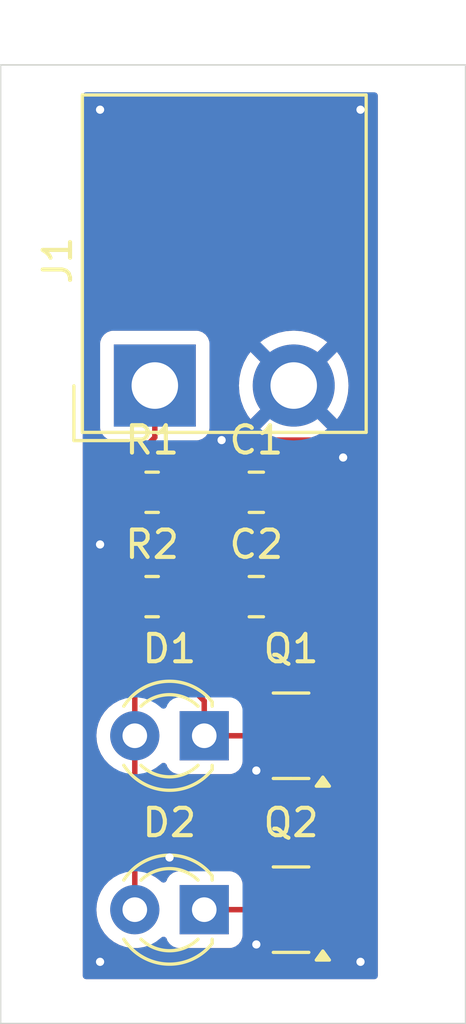
<source format=kicad_pcb>
(kicad_pcb (version 20240108) (generator "pcbnew") (generator_version "8.0")
  (title_block (date "2024-09-04") (rev "v1.0") (company "elton") (comment 2 "AlreadyDone00") (comment 3 "MuratovAS"))
  (layers (0 "F.Cu" signal) (31 "B.Cu" signal) (34 "B.Paste" user) (35 "F.Paste" user) (36 "B.SilkS" user "B.Silkscreen") (37 "F.SilkS" user "F.Silkscreen") (38 "B.Mask" user) (39 "F.Mask" user) (44 "Edge.Cuts" user))
  (net 0 "")
  (net 1 "Net-(Q2-B)")
  (net 2 "Net-(D1-K)")
  (net 3 "Net-(D2-K)")
  (net 4 "Net-(Q1-B)")
  (net 5 "+5V")
  (net 6 "GND")
  (footprint "LED_THT:LED_D3.0mm_IRBlack" (layer "F.Cu") (at 54.445 69.845 180)
    (property "Reference" "D2" (at 1.275 3.175 360) (layer "F.SilkS"))
    (property "Value" "IR204A")
    (fp_line (start -0.29 1.08) (end -0.29 1.236) (stroke (width 0.12)) (layer "F.SilkS"))
    (fp_line (start -0.29 -1.236) (end -0.29 -1.08) (stroke (width 0.12)) (layer "F.SilkS"))
    (fp_arc (start 2.942335 1.078608) (mid 1.366487 1.987659) (end -0.29 1.235516) (stroke (width 0.12)) (layer "F.SilkS"))
    (fp_arc (start 2.31113 1.079837) (mid 1.270117 1.5) (end 0.229039 1.08) (stroke (width 0.12)) (layer "F.SilkS"))
    (fp_arc (start 0.229039 -1.08) (mid 1.270117 -1.5) (end 2.31113 -1.079837) (stroke (width 0.12)) (layer "F.SilkS"))
    (fp_arc (start -0.29 -1.235516) (mid 1.366487 -1.987659) (end 2.942335 -1.078608) (stroke (width 0.12)) (layer "F.SilkS"))
    (pad "1" thru_hole rect (at 0 0 180) (size 1.8 1.8) (drill 0.9) (layers "*.Cu" "*.Mask") (net 3 "Net-(D2-K)"))
    (pad "2" thru_hole circle (at 2.54 0 180) (size 1.8 1.8) (drill 0.9) (layers "*.Cu" "*.Mask") (net 5 "+5V"))
  )
  (footprint "Capacitor_SMD:C_0805_2012Metric" (layer "F.Cu") (at 56.35 54.605 180)
    (property "Reference" "C1" (at 0 1.905 360) (layer "F.SilkS"))
    (property "Value" "50u")
    (fp_line (start -0.261252 0.735) (end 0.261252 0.735) (stroke (width 0.12)) (layer "F.SilkS"))
    (fp_line (start -0.261252 -0.735) (end 0.261252 -0.735) (stroke (width 0.12)) (layer "F.SilkS"))
    (pad "1" smd roundrect (at -0.95 0 180) (size 1 1.45) (layers "F.Cu" "F.Paste" "F.Mask") (net 2 "Net-(D1-K)"))
    (pad "2" smd roundrect (at 0.95 0 180) (size 1 1.45) (layers "F.Cu" "F.Paste" "F.Mask") (net 1 "Net-(Q2-B)"))
  )
  (footprint "Package_TO_SOT_SMD:SOT-23" (layer "F.Cu") (at 57.62 63.495 180)
    (property "Reference" "Q1" (at 0 3.175 0) (layer "F.SilkS"))
    (property "Value" "BC817")
    (fp_line (start 0 1.56) (end 0.65 1.56) (stroke (width 0.12)) (layer "F.SilkS"))
    (fp_line (start 0 1.56) (end -0.65 1.56) (stroke (width 0.12)) (layer "F.SilkS"))
    (fp_line (start 0 -1.56) (end 0.65 -1.56) (stroke (width 0.12)) (layer "F.SilkS"))
    (fp_line (start 0 -1.56) (end -0.65 -1.56) (stroke (width 0.12)) (layer "F.SilkS"))
    (fp_poly (pts (xy -1.1625 -1.51) (xy -1.4025 -1.84) (xy -0.9225 -1.84) (xy -1.1625 -1.51)) (stroke (width 0.12)) (fill solid) (layer "F.SilkS"))
    (pad "1" smd roundrect (at -0.9375 -0.95 180) (size 1.475 0.6) (layers "F.Cu" "F.Paste" "F.Mask") (net 4 "Net-(Q1-B)"))
    (pad "2" smd roundrect (at -0.9375 0.95 180) (size 1.475 0.6) (layers "F.Cu" "F.Paste" "F.Mask") (net 6 "GND"))
    (pad "3" smd roundrect (at 0.9375 0 180) (size 1.475 0.6) (layers "F.Cu" "F.Paste" "F.Mask") (net 2 "Net-(D1-K)"))
  )
  (footprint "Resistor_SMD:R_0805_2012Metric" (layer "F.Cu") (at 52.54 54.605)
    (property "Reference" "R1" (at 0 -1.905 0) (layer "F.SilkS"))
    (property "Value" "68k")
    (fp_line (start -0.227064 -0.735) (end 0.227064 -0.735) (stroke (width 0.12)) (layer "F.SilkS"))
    (fp_line (start -0.227064 0.735) (end 0.227064 0.735) (stroke (width 0.12)) (layer "F.SilkS"))
    (pad "1" smd roundrect (at -0.9125 0) (size 1.025 1.4) (layers "F.Cu" "F.Paste" "F.Mask") (roundrect_rratio 0.243902) (net 5 "+5V"))
    (pad "2" smd roundrect (at 0.9125 0) (size 1.025 1.4) (layers "F.Cu" "F.Paste" "F.Mask") (roundrect_rratio 0.243902) (net 1 "Net-(Q2-B)"))
  )
  (footprint "Capacitor_SMD:C_0805_2012Metric" (layer "F.Cu") (at 56.35 58.415)
    (property "Reference" "C2" (at 0 -1.905 0) (layer "F.SilkS"))
    (property "Value" "50u")
    (fp_line (start -0.261252 -0.735) (end 0.261252 -0.735) (stroke (width 0.12)) (layer "F.SilkS"))
    (fp_line (start -0.261252 0.735) (end 0.261252 0.735) (stroke (width 0.12)) (layer "F.SilkS"))
    (pad "1" smd roundrect (at -0.95 0) (size 1 1.45) (layers "F.Cu" "F.Paste" "F.Mask") (net 4 "Net-(Q1-B)"))
    (pad "2" smd roundrect (at 0.95 0) (size 1 1.45) (layers "F.Cu" "F.Paste" "F.Mask") (net 3 "Net-(D2-K)"))
  )
  (footprint "MAS_Package_nostd:KLS2-EDR-5.08-02P-4" (layer "F.Cu") (at 52.6375 50.7075 90)
    (property "Reference" "J1" (at 4.572 -3.556 90) (layer "F.SilkS"))
    (property "Value" "KLS2-EDR-5.08-02P-4")
    (fp_line (start -0.01 -2.96) (end -2.01 -2.96) (stroke (width 0.12)) (layer "F.SilkS"))
    (fp_line (start -2.01 -2.96) (end -2.01 -0.96) (stroke (width 0.12)) (layer "F.SilkS"))
    (fp_line (start 10.61 -2.65) (end 10.61 7.73) (stroke (width 0.12)) (layer "F.SilkS"))
    (fp_line (start -1.71 -2.65) (end 10.61 -2.65) (stroke (width 0.12)) (layer "F.SilkS"))
    (fp_line (start 10.61 7.73) (end -1.71 7.73) (stroke (width 0.12)) (layer "F.SilkS"))
    (fp_line (start -1.71 7.73) (end -1.71 -2.65) (stroke (width 0.12)) (layer "F.SilkS"))
    (pad "1" thru_hole rect (at 0 0 90) (size 3 3) (drill 1.7) (layers "*.Cu" "*.Mask") (net 5 "+5V"))
    (pad "2" thru_hole circle (at 0 5.08 90) (size 3 3) (drill 1.7) (layers "*.Cu" "*.Mask") (net 6 "GND"))
  )
  (footprint "Package_TO_SOT_SMD:SOT-23" (layer "F.Cu") (at 57.62 69.845 180)
    (property "Reference" "Q2" (at 0 3.175 360) (layer "F.SilkS"))
    (property "Value" "BC817")
    (fp_line (start 0 1.56) (end 0.65 1.56) (stroke (width 0.12)) (layer "F.SilkS"))
    (fp_line (start 0 1.56) (end -0.65 1.56) (stroke (width 0.12)) (layer "F.SilkS"))
    (fp_line (start 0 -1.56) (end 0.65 -1.56) (stroke (width 0.12)) (layer "F.SilkS"))
    (fp_line (start 0 -1.56) (end -0.65 -1.56) (stroke (width 0.12)) (layer "F.SilkS"))
    (fp_poly (pts (xy -1.1625 -1.51) (xy -1.4025 -1.84) (xy -0.9225 -1.84) (xy -1.1625 -1.51)) (stroke (width 0.12)) (fill solid) (layer "F.SilkS"))
    (pad "1" smd roundrect (at -0.9375 -0.95 180) (size 1.475 0.6) (layers "F.Cu" "F.Paste" "F.Mask") (net 1 "Net-(Q2-B)"))
    (pad "2" smd roundrect (at -0.9375 0.95 180) (size 1.475 0.6) (layers "F.Cu" "F.Paste" "F.Mask") (net 6 "GND"))
    (pad "3" smd roundrect (at 0.9375 0 180) (size 1.475 0.6) (layers "F.Cu" "F.Paste" "F.Mask") (net 3 "Net-(D2-K)"))
  )
  (footprint "LED_THT:LED_D3.0mm_IRBlack" (layer "F.Cu") (at 54.445 63.495 180)
    (property "Reference" "D1" (at 1.275 3.175 360) (layer "F.SilkS"))
    (property "Value" "IR204A")
    (fp_line (start -0.29 1.08) (end -0.29 1.236) (stroke (width 0.12)) (layer "F.SilkS"))
    (fp_line (start -0.29 -1.236) (end -0.29 -1.08) (stroke (width 0.12)) (layer "F.SilkS"))
    (fp_arc (start 2.942335 1.078608) (mid 1.366487 1.987659) (end -0.29 1.235516) (stroke (width 0.12)) (layer "F.SilkS"))
    (fp_arc (start 2.31113 1.079837) (mid 1.270117 1.5) (end 0.229039 1.08) (stroke (width 0.12)) (layer "F.SilkS"))
    (fp_arc (start 0.229039 -1.08) (mid 1.270117 -1.5) (end 2.31113 -1.079837) (stroke (width 0.12)) (layer "F.SilkS"))
    (fp_arc (start -0.29 -1.235516) (mid 1.366487 -1.987659) (end 2.942335 -1.078608) (stroke (width 0.12)) (layer "F.SilkS"))
    (pad "1" thru_hole rect (at 0 0 180) (size 1.8 1.8) (drill 0.9) (layers "*.Cu" "*.Mask") (net 2 "Net-(D1-K)"))
    (pad "2" thru_hole circle (at 2.54 0 180) (size 1.8 1.8) (drill 0.9) (layers "*.Cu" "*.Mask") (net 5 "+5V"))
  )
  (footprint "Resistor_SMD:R_0805_2012Metric" (layer "F.Cu") (at 52.54 58.415)
    (property "Reference" "R2" (at 0 -1.905 0) (layer "F.SilkS"))
    (property "Value" "68k")
    (fp_line (start -0.227064 -0.735) (end 0.227064 -0.735) (stroke (width 0.12)) (layer "F.SilkS"))
    (fp_line (start -0.227064 0.735) (end 0.227064 0.735) (stroke (width 0.12)) (layer "F.SilkS"))
    (pad "1" smd roundrect (at -0.9125 0) (size 1.025 1.4) (layers "F.Cu" "F.Paste" "F.Mask") (roundrect_rratio 0.243902) (net 5 "+5V"))
    (pad "2" smd roundrect (at 0.9125 0) (size 1.025 1.4) (layers "F.Cu" "F.Paste" "F.Mask") (roundrect_rratio 0.243902) (net 4 "Net-(Q1-B)"))
  )
  (gr_rect (start 47 39) (end 64 74) (stroke (width 0.05)) (fill none) (layer "Edge.Cuts"))
  (segment (start 59.738529 52.7) (end 56.35 52.7) (width 0.2) (layer "F.Cu") (net 1))
  (segment (start 59.845 70.795) (end 60.16 70.48) (width 0.2) (layer "F.Cu") (net 1))
  (segment (start 55.4 53.65) (end 56.35 52.7) (width 0.2) (layer "F.Cu") (net 1))
  (segment (start 60.16 53.121471) (end 59.738529 52.7) (width 0.2) (layer "F.Cu") (net 1))
  (segment (start 58.5575 70.795) (end 59.845 70.795) (width 0.2) (layer "F.Cu") (net 1))
  (segment (start 55.4 54.605) (end 55.715 54.605) (width 0.2) (layer "F.Cu") (net 1))
  (segment (start 55.715 54.605) (end 53.4525 54.605) (width 0.2) (layer "F.Cu") (net 1))
  (segment (start 60.16 70.48) (end 60.16 53.121471) (width 0.2) (layer "F.Cu") (net 1))
  (segment (start 55.4 54.605) (end 55.4 53.65) (width 0.2) (layer "F.Cu") (net 1))
  (segment (start 56.35 57.145) (end 57.3 56.195) (width 0.2) (layer "F.Cu") (net 2))
  (segment (start 53.175 57.145) (end 56.35 57.145) (width 0.2) (layer "F.Cu") (net 2))
  (segment (start 54.445 63.495) (end 54.445 62.225) (width 0.2) (layer "F.Cu") (net 2))
  (segment (start 52.54 60.32) (end 52.54 57.78) (width 0.2) (layer "F.Cu") (net 2))
  (segment (start 57.3 56.195) (end 57.3 54.605) (width 0.2) (layer "F.Cu") (net 2))
  (segment (start 54.445 62.225) (end 52.54 60.32) (width 0.2) (layer "F.Cu") (net 2))
  (segment (start 52.54 57.78) (end 53.175 57.145) (width 0.2) (layer "F.Cu") (net 2))
  (segment (start 54.445 63.495) (end 56.6825 63.495) (width 0.2) (layer "F.Cu") (net 2))
  (segment (start 57.3 58.415) (end 59.595 60.71) (width 0.2) (layer "F.Cu") (net 3))
  (segment (start 56.6825 68.8775) (end 56.6825 69.845) (width 0.2) (layer "F.Cu") (net 3))
  (segment (start 59.595 60.71) (end 59.595 65.965) (width 0.2) (layer "F.Cu") (net 3))
  (segment (start 56.6825 69.845) (end 54.445 69.845) (width 0.2) (layer "F.Cu") (net 3))
  (segment (start 59.595 65.965) (end 56.6825 68.8775) (width 0.2) (layer "F.Cu") (net 3))
  (segment (start 55.4 58.415) (end 55.4 60.765552) (width 0.2) (layer "F.Cu") (net 4))
  (segment (start 53.4525 58.415) (end 55.4 58.415) (width 0.2) (layer "F.Cu") (net 4))
  (segment (start 58.5575 63.923052) (end 58.5575 64.445) (width 0.2) (layer "F.Cu") (net 4))
  (segment (start 55.4 60.765552) (end 58.5575 63.923052) (width 0.2) (layer "F.Cu") (net 4))
  (segment (start 51.6275 54.605) (end 51.6275 58.415) (width 0.2) (layer "F.Cu") (net 5))
  (segment (start 52.6375 52.6025) (end 52.6375 50.7075) (width 0.2) (layer "F.Cu") (net 5))
  (segment (start 51.6275 54.605) (end 51.6275 53.6125) (width 0.2) (layer "F.Cu") (net 5))
  (segment (start 51.6275 58.415) (end 51.6275 60.6775) (width 0.2) (layer "F.Cu") (net 5))
  (segment (start 51.905 60.96) (end 51.905 63.495) (width 0.2) (layer "F.Cu") (net 5))
  (segment (start 51.6275 53.6125) (end 52.6375 52.6025) (width 0.2) (layer "F.Cu") (net 5))
  (segment (start 51.6275 60.6775) (end 51.91 60.96) (width 0.2) (layer "F.Cu") (net 5))
  (segment (start 51.905 69.845) (end 51.905 63.495) (width 0.2) (layer "F.Cu") (net 5))
  (via (at 59.525 53.335) (size 0.6) (drill 0.3) (layers "F.Cu" "B.Cu") (net 6))
  (via (at 50.635 71.75) (size 0.6) (drill 0.3) (layers "F.Cu" "B.Cu") (net 6))
  (via (at 50.635 40.635) (size 0.6) (drill 0.3) (layers "F.Cu" "B.Cu") (net 6))
  (via (at 60.16 71.75) (size 0.6) (drill 0.3) (layers "F.Cu" "B.Cu") (net 6))
  (via (at 56.35 71.115) (size 0.6) (drill 0.3) (layers "F.Cu" "B.Cu") (net 6))
  (via (at 60.16 40.635) (size 0.6) (drill 0.3) (layers "F.Cu" "B.Cu") (net 6))
  (via (at 50.635 56.51) (size 0.6) (drill 0.3) (layers "F.Cu" "B.Cu") (net 6))
  (via (at 56.35 64.765) (size 0.6) (drill 0.3) (layers "F.Cu" "B.Cu") (net 6))
  (via (at 55.08 52.7) (size 0.6) (drill 0.3) (layers "F.Cu" "B.Cu") (net 6))
  (via (at 53.175 67.94) (size 0.6) (drill 0.3) (layers "F.Cu" "B.Cu") (net 6))
  (zone (net 6) (net_name "GND") (layers "F&B.Cu") (connect_pads (clearance 0.5)) (min_thickness 0.25) (fill yes (thermal_gap 0.5) (thermal_bridge_width 0.5))
    (polygon (pts (xy 50 40) (xy 60.795 40) (xy 60.795 72.385) (xy 50 72.385)))
  )
)
</source>
